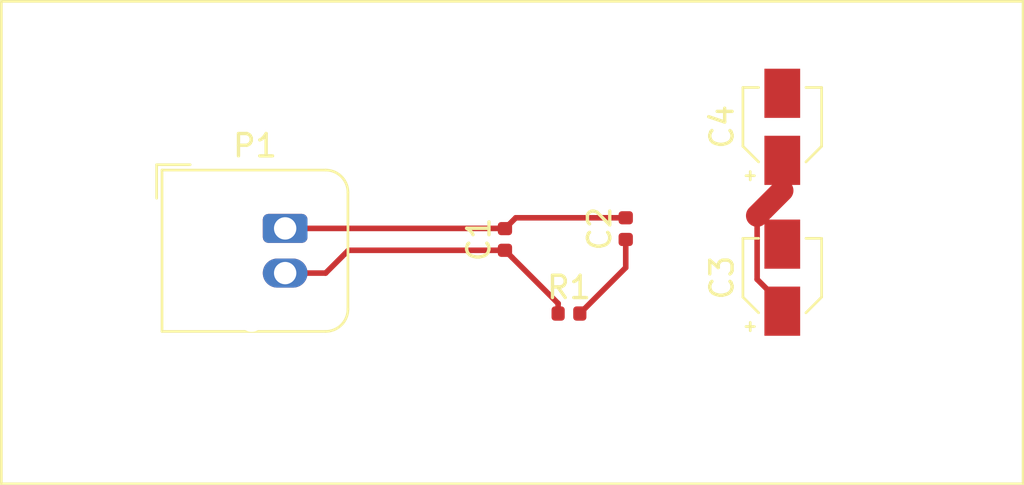
<source format=kicad_pcb>
(kicad_pcb (version 20221018) (generator pcbnew)
  (layers (0 "F.Cu" signal) (31 "B.Cu" signal) (34 "B.Paste" user) (35 "F.Paste" user) (36 "B.SilkS" user "B.Silkscreen") (37 "F.SilkS" user "F.Silkscreen") (38 "B.Mask" user) (39 "F.Mask" user) (44 "Edge.Cuts" user))
  (net 0 "")
  (net 1 "/Power/VCC")
  (net 2 "GND")
  (net 3 "Net-(C2-Pad1)")
  (net 4 "Net-(C3-Pad1)")
  (net 5 "Net-(C3-Pad2)")
  (footprint "Capacitor_SMD:CP_Elec_3x5.3" (layer "F.Cu") (at 177.185001 82.214999 90)
    (fp_text reference "C3" (at 0 -2.7 90) (layer "F.SilkS"))
    (fp_text value "CP")
    (fp_line (start -2.375 -1.435) (end -2 -1.435) (stroke (width 0.12)) (layer "F.SilkS"))
    (fp_line (start -2.1875 -1.6225) (end -2.1875 -1.2475) (stroke (width 0.12)) (layer "F.SilkS"))
    (fp_line (start -1.570563 -1.06) (end -0.870563 -1.76) (stroke (width 0.12)) (layer "F.SilkS"))
    (fp_line (start -1.570563 1.06) (end -0.870563 1.76) (stroke (width 0.12)) (layer "F.SilkS"))
    (fp_line (start -0.870563 -1.76) (end 1.76 -1.76) (stroke (width 0.12)) (layer "F.SilkS"))
    (fp_line (start -0.870563 1.76) (end 1.76 1.76) (stroke (width 0.12)) (layer "F.SilkS"))
    (fp_line (start 1.76 -1.76) (end 1.76 -1.06) (stroke (width 0.12)) (layer "F.SilkS"))
    (fp_line (start 1.76 1.76) (end 1.76 1.06) (stroke (width 0.12)) (layer "F.SilkS"))
    (pad "1" smd rect (at -1.5 0 90) (size 2.2 1.6) (layers "F.Cu" "F.Paste" "F.Mask") (net 4 "Net-(C3-Pad1)"))
    (pad "2" smd rect (at 1.5 0 90) (size 2.2 1.6) (layers "F.Cu" "F.Paste" "F.Mask") (net 5 "Net-(C3-Pad2)"))
  )
  (footprint "Capacitor_SMD:CP_Elec_3x5.3" (layer "F.Cu") (at 177.185001 75.464999 90)
    (fp_text reference "C4" (at 0 -2.7 90) (layer "F.SilkS"))
    (fp_text value "CP")
    (fp_line (start -2.375 -1.435) (end -2 -1.435) (stroke (width 0.12)) (layer "F.SilkS"))
    (fp_line (start -2.1875 -1.6225) (end -2.1875 -1.2475) (stroke (width 0.12)) (layer "F.SilkS"))
    (fp_line (start -1.570563 -1.06) (end -0.870563 -1.76) (stroke (width 0.12)) (layer "F.SilkS"))
    (fp_line (start -1.570563 1.06) (end -0.870563 1.76) (stroke (width 0.12)) (layer "F.SilkS"))
    (fp_line (start -0.870563 -1.76) (end 1.76 -1.76) (stroke (width 0.12)) (layer "F.SilkS"))
    (fp_line (start -0.870563 1.76) (end 1.76 1.76) (stroke (width 0.12)) (layer "F.SilkS"))
    (fp_line (start 1.76 -1.76) (end 1.76 -1.06) (stroke (width 0.12)) (layer "F.SilkS"))
    (fp_line (start 1.76 1.76) (end 1.76 1.06) (stroke (width 0.12)) (layer "F.SilkS"))
    (pad "1" smd rect (at -1.5 0 90) (size 2.2 1.6) (layers "F.Cu" "F.Paste" "F.Mask") (net 4 "Net-(C3-Pad1)"))
    (pad "2" smd rect (at 1.5 0 90) (size 2.2 1.6) (layers "F.Cu" "F.Paste" "F.Mask") (net 5 "Net-(C3-Pad2)"))
  )
  (footprint "Capacitor_SMD:C_0402_1005Metric" (layer "F.Cu") (at 164.775001 80.505001 90)
    (fp_text reference "C1" (at 0 -1.17 90) (layer "F.SilkS"))
    (fp_text value "C")
    (pad "1" smd roundrect (at -0.485 0 90) (size 0.59 0.64) (layers "F.Cu" "F.Paste" "F.Mask") (net 1 "/Power/VCC"))
    (pad "2" smd roundrect (at 0.485 0 90) (size 0.59 0.64) (layers "F.Cu" "F.Paste" "F.Mask") (net 2 "GND"))
  )
  (footprint "Capacitor_SMD:C_0402_1005Metric" (layer "F.Cu") (at 170.18 80.020001 90)
    (fp_text reference "C2" (at 0 -1.17 90) (layer "F.SilkS"))
    (fp_text value "C")
    (pad "1" smd roundrect (at -0.485 0 90) (size 0.59 0.64) (layers "F.Cu" "F.Paste" "F.Mask") (net 3 "Net-(C2-Pad1)"))
    (pad "2" smd roundrect (at 0.485 0 90) (size 0.59 0.64) (layers "F.Cu" "F.Paste" "F.Mask") (net 2 "GND"))
  )
  (footprint "Connector_JST:JST_JWPF_B02B-JWPF-SK-R_1x02_P2.00mm_Vertical" (layer "F.Cu") (at 154.94 80.01)
    (fp_text reference "P1" (at -1.35 -3.7) (layer "F.SilkS"))
    (fp_text value "CONN_01X02")
    (fp_line (start -5.75 -2.85) (end -4.25 -2.85) (stroke (width 0.12)) (layer "F.SilkS"))
    (fp_line (start -5.75 -1.35) (end -5.75 -2.85) (stroke (width 0.12)) (layer "F.SilkS"))
    (fp_line (start -5.51 -2.61) (end -5.51 4.61) (stroke (width 0.12)) (layer "F.SilkS"))
    (fp_line (start -5.51 4.61) (end 1.81 4.61) (stroke (width 0.12)) (layer "F.SilkS"))
    (fp_line (start 1.81 -2.61) (end -5.51 -2.61) (stroke (width 0.12)) (layer "F.SilkS"))
    (fp_line (start 2.81 -1.61) (end 2.81 3.61) (stroke (width 0.12)) (layer "F.SilkS"))
    (fp_arc (start 1.81 -2.61) (mid 2.517107 -2.317107) (end 2.81 -1.61) (stroke (width 0.12)) (layer "F.SilkS"))
    (fp_arc (start 2.81 3.61) (mid 2.517107 4.317107) (end 1.81 4.61) (stroke (width 0.12)) (layer "F.SilkS"))
    (pad "" np_thru_hole circle (at -1.5 4.05) (size 1.15 1.15) (drill 1.15) (layers "*.Cu" "*.Mask"))
    (pad "1" thru_hole roundrect (at 0 0) (size 2 1.3) (drill 1) (layers "*.Cu" "*.Mask") (roundrect_rratio 0.192308) (net 2 "GND"))
    (pad "2" thru_hole oval (at 0 2) (size 2 1.3) (drill 1) (layers "*.Cu" "*.Mask") (net 1 "/Power/VCC"))
  )
  (footprint "Resistor_SMD:R_0402_1005Metric" (layer "F.Cu") (at 167.64 83.82)
    (fp_text reference "R1" (at 0 -1.17) (layer "F.SilkS"))
    (fp_text value "R")
    (pad "1" smd roundrect (at -0.485 0) (size 0.59 0.64) (layers "F.Cu" "F.Paste" "F.Mask") (net 1 "/Power/VCC"))
    (pad "2" smd roundrect (at 0.485 0) (size 0.59 0.64) (layers "F.Cu" "F.Paste" "F.Mask") (net 3 "Net-(C2-Pad1)"))
  )
  (gr_line (start 187.96 91.44) (end 187.96 69.85) (stroke (width 0.12)) (layer "F.SilkS"))
  (gr_line (start 142.24 69.85) (end 142.24 91.44) (stroke (width 0.12)) (layer "F.SilkS"))
  (gr_line (start 187.96 69.85) (end 142.24 69.85) (stroke (width 0.12)) (layer "F.SilkS"))
  (gr_line (start 142.24 91.44) (end 187.96 91.44) (stroke (width 0.12)) (layer "F.SilkS"))
  (segment (start 167.155 83.37) (end 165.1 81.315) (width 0.25) (layer "F.Cu") (net 1))
  (segment (start 165.1 81.315) (end 164.775001 80.990001) (width 0.25) (layer "F.Cu") (net 1))
  (segment (start 167.155 83.82) (end 167.155 83.37) (width 0.25) (layer "F.Cu") (net 1))
  (segment (start 156.75 82.01) (end 154.94 82.01) (width 0.25) (layer "F.Cu") (net 1))
  (segment (start 164.775001 80.990001) (end 157.769999 80.990001) (width 0.25) (layer "F.Cu") (net 1))
  (segment (start 157.769999 80.990001) (end 156.75 82.01) (width 0.25) (layer "F.Cu") (net 1))
  (segment (start 164.775001 80.020001) (end 165.260001 79.535001) (width 0.25) (layer "F.Cu") (net 2))
  (segment (start 154.94 80.01) (end 164.765 80.01) (width 0.25) (layer "F.Cu") (net 2))
  (segment (start 164.765 80.01) (end 164.775001 80.020001) (width 0.25) (layer "F.Cu") (net 2))
  (segment (start 165.260001 79.535001) (end 170.18 79.535001) (width 0.25) (layer "F.Cu") (net 2))
  (segment (start 170.18 80.505001) (end 170.18 81.765) (width 0.25) (layer "F.Cu") (net 3))
  (segment (start 170.18 81.765) (end 168.125 83.82) (width 0.25) (layer "F.Cu") (net 3))
  (segment (start 176.06 82.289998) (end 177.185001 83.414999) (width 0.25) (layer "F.Cu") (net 4))
  (segment (start 176.06 79.44) (end 176.06 82.289998) (width 0.25) (layer "F.Cu") (net 4))
  (segment (start 177.185001 78.314999) (end 176.06 79.44) (width 1) (layer "F.Cu") (net 4))
  (segment (start 177.185001 83.414999) (end 177.185001 83.714999) (width 0.25) (layer "F.Cu") (net 4))
  (segment (start 177.185001 76.964999) (end 177.185001 78.314999) (width 0.25) (layer "F.Cu") (net 4))
)
</source>
